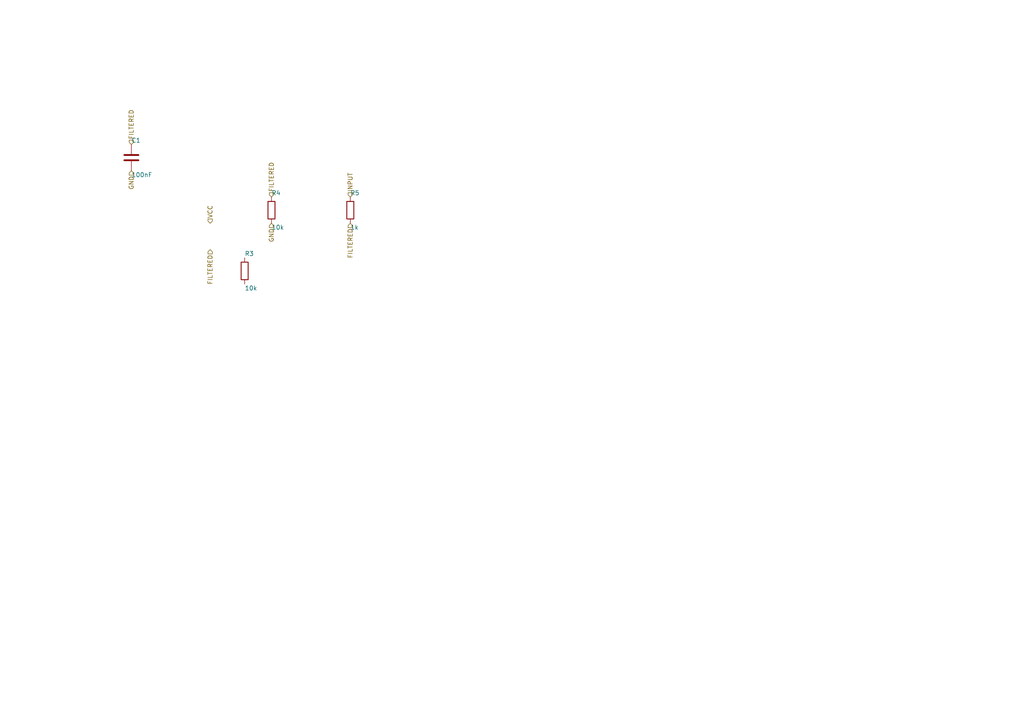
<source format=kicad_sch>
(kicad_sch (version 20250114) (generator "kicad_api") (generator_version "9.0")
  (paper "A4")
  (lib_symbols
    (symbol "Device:R" (pin_numbers hide) (pin_names (offset 0.254))
      (property "Reference" "R" (at 0 0 0))
      (property "Value" "R" (at 0 -2.54 0))
      (symbol "R_0_1"
        (rectangle (start -1.016 -2.54) (end 1.016 2.54) (stroke (width 0.254)))
      )
      (symbol "R_1_1"
        (pin passive line (at 0.0 3.81 270.0) (length 1.27) (name ~) (number "1"))
        (pin passive line (at 0.0 -3.81 90.0) (length 1.27) (name ~) (number "2"))
      )
    )
    (symbol "Device:C" (pin_numbers hide) (pin_names (offset 0.254))
      (property "Reference" "C" (at 0 0 0))
      (property "Value" "C" (at 0 -2.54 0))
      (symbol "C_0_1"
        (polyline (pts (xy -2.032 0.762) (xy 2.032 0.762)) (stroke (width 0.508)))
        (polyline (pts (xy -2.032 -0.762) (xy 2.032 -0.762)) (stroke (width 0.508)))
      )
      (symbol "C_1_1"
        (pin passive line (at 0.0 3.81 270.0) (length 2.794) (name ~) (number "1"))
        (pin passive line (at 0.0 -3.81 90.0) (length 2.794) (name ~) (number "2"))
      )
    )
  )
  (title_block (title filter_stage) (date 2025-08-04) (company Circuit-Synth))
  (symbol (lib_id "Device:R") (at 70.96 78.58 0) (unit 1)
    (property "Reference" "R3" (at 70.96 73.58 0) (effects (justify left)))
    (property "Value" "10k" (at 70.96 83.58 0) (effects (justify left)))
    (property "Footprint" "Resistor_SMD:R_0603_1608Metric" (effects (hide yes)))
  )
  (symbol (lib_id "Device:R") (at 78.74 60.96 0) (unit 1)
    (property "Reference" "R4" (at 78.74 55.96 0) (effects (justify left)))
    (property "Value" "10k" (at 78.74 65.96000000000001 0) (effects (justify left)))
    (property "Footprint" "Resistor_SMD:R_0603_1608Metric" (effects (hide yes)))
  )
  (symbol (lib_id "Device:R") (at 101.6 60.96 0) (unit 1)
    (property "Reference" "R5" (at 101.6 55.96 0) (effects (justify left)))
    (property "Value" "1k" (at 101.6 65.96000000000001 0) (effects (justify left)))
    (property "Footprint" "Resistor_SMD:R_0603_1608Metric" (effects (hide yes)))
  )
  (symbol (lib_id "Device:C") (at 38.1 45.72 0) (unit 1)
    (property "Reference" "C1" (at 38.1 40.72 0) (effects (justify left)))
    (property "Value" "100nF" (at 38.1 50.72 0) (effects (justify left)))
    (property "Footprint" "Capacitor_SMD:C_0603_1608Metric" (effects (hide yes)))
  )
  (hierarchical_label VCC (shape input) (at 60.96 64.77 90))
  (hierarchical_label FILTERED (shape input) (at 60.96 72.39 270))
  (hierarchical_label FILTERED (shape input) (at 78.74 57.15 90))
  (hierarchical_label FILTERED (shape input) (at 101.6 64.77 270))
  (hierarchical_label FILTERED (shape input) (at 38.1 41.91 90))
  (hierarchical_label GND (shape input) (at 78.74 64.77 270))
  (hierarchical_label GND (shape input) (at 38.1 49.53 270))
  (hierarchical_label INPUT (shape input) (at 101.6 57.15 90))
)
</source>
